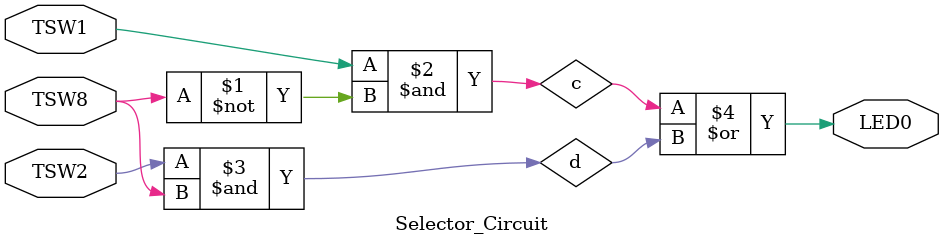
<source format=v>
module Selector_Circuit(TSW1, TSW2, TSW8, LED0);

	input TSW1, TSW2, TSW8;
	output LED0;

	wire c, d;

	assign c = TSW1 & ~TSW8;
	assign d = TSW2 & TSW8;
	assign LED0 = c | d;

endmodule

</source>
